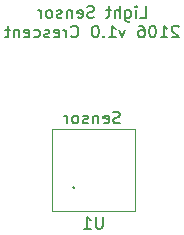
<source format=gbo>
G04 #@! TF.GenerationSoftware,KiCad,Pcbnew,(5.1.2)-1*
G04 #@! TF.CreationDate,2021-06-27T22:03:38+09:00*
G04 #@! TF.ProjectId,ls,6c732e6b-6963-4616-945f-706362585858,v1.0*
G04 #@! TF.SameCoordinates,Original*
G04 #@! TF.FileFunction,Legend,Bot*
G04 #@! TF.FilePolarity,Positive*
%FSLAX46Y46*%
G04 Gerber Fmt 4.6, Leading zero omitted, Abs format (unit mm)*
G04 Created by KiCad (PCBNEW (5.1.2)-1) date 2021-06-27 22:03:38*
%MOMM*%
%LPD*%
G04 APERTURE LIST*
%ADD10C,0.150000*%
%ADD11C,0.120000*%
%ADD12C,3.302000*%
%ADD13R,0.452000X0.452000*%
%ADD14R,0.452000X0.402000*%
%ADD15O,1.626000X1.902000*%
G04 APERTURE END LIST*
D10*
X149733333Y-96504761D02*
X149590476Y-96552380D01*
X149352380Y-96552380D01*
X149257142Y-96504761D01*
X149209523Y-96457142D01*
X149161904Y-96361904D01*
X149161904Y-96266666D01*
X149209523Y-96171428D01*
X149257142Y-96123809D01*
X149352380Y-96076190D01*
X149542857Y-96028571D01*
X149638095Y-95980952D01*
X149685714Y-95933333D01*
X149733333Y-95838095D01*
X149733333Y-95742857D01*
X149685714Y-95647619D01*
X149638095Y-95600000D01*
X149542857Y-95552380D01*
X149304761Y-95552380D01*
X149161904Y-95600000D01*
X148352380Y-96504761D02*
X148447619Y-96552380D01*
X148638095Y-96552380D01*
X148733333Y-96504761D01*
X148780952Y-96409523D01*
X148780952Y-96028571D01*
X148733333Y-95933333D01*
X148638095Y-95885714D01*
X148447619Y-95885714D01*
X148352380Y-95933333D01*
X148304761Y-96028571D01*
X148304761Y-96123809D01*
X148780952Y-96219047D01*
X147876190Y-95885714D02*
X147876190Y-96552380D01*
X147876190Y-95980952D02*
X147828571Y-95933333D01*
X147733333Y-95885714D01*
X147590476Y-95885714D01*
X147495238Y-95933333D01*
X147447619Y-96028571D01*
X147447619Y-96552380D01*
X147019047Y-96504761D02*
X146923809Y-96552380D01*
X146733333Y-96552380D01*
X146638095Y-96504761D01*
X146590476Y-96409523D01*
X146590476Y-96361904D01*
X146638095Y-96266666D01*
X146733333Y-96219047D01*
X146876190Y-96219047D01*
X146971428Y-96171428D01*
X147019047Y-96076190D01*
X147019047Y-96028571D01*
X146971428Y-95933333D01*
X146876190Y-95885714D01*
X146733333Y-95885714D01*
X146638095Y-95933333D01*
X146019047Y-96552380D02*
X146114285Y-96504761D01*
X146161904Y-96457142D01*
X146209523Y-96361904D01*
X146209523Y-96076190D01*
X146161904Y-95980952D01*
X146114285Y-95933333D01*
X146019047Y-95885714D01*
X145876190Y-95885714D01*
X145780952Y-95933333D01*
X145733333Y-95980952D01*
X145685714Y-96076190D01*
X145685714Y-96361904D01*
X145733333Y-96457142D01*
X145780952Y-96504761D01*
X145876190Y-96552380D01*
X146019047Y-96552380D01*
X145257142Y-96552380D02*
X145257142Y-95885714D01*
X145257142Y-96076190D02*
X145209523Y-95980952D01*
X145161904Y-95933333D01*
X145066666Y-95885714D01*
X144971428Y-95885714D01*
D11*
X144000000Y-104000000D02*
X144000000Y-97000000D01*
X151000000Y-104000000D02*
X144000000Y-104000000D01*
X151000000Y-97000000D02*
X151000000Y-104000000D01*
X144000000Y-97000000D02*
X151000000Y-97000000D01*
D10*
X151423809Y-87627380D02*
X151900000Y-87627380D01*
X151900000Y-86627380D01*
X151090476Y-87627380D02*
X151090476Y-86960714D01*
X151090476Y-86627380D02*
X151138095Y-86675000D01*
X151090476Y-86722619D01*
X151042857Y-86675000D01*
X151090476Y-86627380D01*
X151090476Y-86722619D01*
X150185714Y-86960714D02*
X150185714Y-87770238D01*
X150233333Y-87865476D01*
X150280952Y-87913095D01*
X150376190Y-87960714D01*
X150519047Y-87960714D01*
X150614285Y-87913095D01*
X150185714Y-87579761D02*
X150280952Y-87627380D01*
X150471428Y-87627380D01*
X150566666Y-87579761D01*
X150614285Y-87532142D01*
X150661904Y-87436904D01*
X150661904Y-87151190D01*
X150614285Y-87055952D01*
X150566666Y-87008333D01*
X150471428Y-86960714D01*
X150280952Y-86960714D01*
X150185714Y-87008333D01*
X149709523Y-87627380D02*
X149709523Y-86627380D01*
X149280952Y-87627380D02*
X149280952Y-87103571D01*
X149328571Y-87008333D01*
X149423809Y-86960714D01*
X149566666Y-86960714D01*
X149661904Y-87008333D01*
X149709523Y-87055952D01*
X148947619Y-86960714D02*
X148566666Y-86960714D01*
X148804761Y-86627380D02*
X148804761Y-87484523D01*
X148757142Y-87579761D01*
X148661904Y-87627380D01*
X148566666Y-87627380D01*
X147519047Y-87579761D02*
X147376190Y-87627380D01*
X147138095Y-87627380D01*
X147042857Y-87579761D01*
X146995238Y-87532142D01*
X146947619Y-87436904D01*
X146947619Y-87341666D01*
X146995238Y-87246428D01*
X147042857Y-87198809D01*
X147138095Y-87151190D01*
X147328571Y-87103571D01*
X147423809Y-87055952D01*
X147471428Y-87008333D01*
X147519047Y-86913095D01*
X147519047Y-86817857D01*
X147471428Y-86722619D01*
X147423809Y-86675000D01*
X147328571Y-86627380D01*
X147090476Y-86627380D01*
X146947619Y-86675000D01*
X146138095Y-87579761D02*
X146233333Y-87627380D01*
X146423809Y-87627380D01*
X146519047Y-87579761D01*
X146566666Y-87484523D01*
X146566666Y-87103571D01*
X146519047Y-87008333D01*
X146423809Y-86960714D01*
X146233333Y-86960714D01*
X146138095Y-87008333D01*
X146090476Y-87103571D01*
X146090476Y-87198809D01*
X146566666Y-87294047D01*
X145661904Y-86960714D02*
X145661904Y-87627380D01*
X145661904Y-87055952D02*
X145614285Y-87008333D01*
X145519047Y-86960714D01*
X145376190Y-86960714D01*
X145280952Y-87008333D01*
X145233333Y-87103571D01*
X145233333Y-87627380D01*
X144804761Y-87579761D02*
X144709523Y-87627380D01*
X144519047Y-87627380D01*
X144423809Y-87579761D01*
X144376190Y-87484523D01*
X144376190Y-87436904D01*
X144423809Y-87341666D01*
X144519047Y-87294047D01*
X144661904Y-87294047D01*
X144757142Y-87246428D01*
X144804761Y-87151190D01*
X144804761Y-87103571D01*
X144757142Y-87008333D01*
X144661904Y-86960714D01*
X144519047Y-86960714D01*
X144423809Y-87008333D01*
X143804761Y-87627380D02*
X143900000Y-87579761D01*
X143947619Y-87532142D01*
X143995238Y-87436904D01*
X143995238Y-87151190D01*
X143947619Y-87055952D01*
X143900000Y-87008333D01*
X143804761Y-86960714D01*
X143661904Y-86960714D01*
X143566666Y-87008333D01*
X143519047Y-87055952D01*
X143471428Y-87151190D01*
X143471428Y-87436904D01*
X143519047Y-87532142D01*
X143566666Y-87579761D01*
X143661904Y-87627380D01*
X143804761Y-87627380D01*
X143042857Y-87627380D02*
X143042857Y-86960714D01*
X143042857Y-87151190D02*
X142995238Y-87055952D01*
X142947619Y-87008333D01*
X142852380Y-86960714D01*
X142757142Y-86960714D01*
X154685714Y-88372619D02*
X154638095Y-88325000D01*
X154542857Y-88277380D01*
X154304761Y-88277380D01*
X154209523Y-88325000D01*
X154161904Y-88372619D01*
X154114285Y-88467857D01*
X154114285Y-88563095D01*
X154161904Y-88705952D01*
X154733333Y-89277380D01*
X154114285Y-89277380D01*
X153161904Y-89277380D02*
X153733333Y-89277380D01*
X153447619Y-89277380D02*
X153447619Y-88277380D01*
X153542857Y-88420238D01*
X153638095Y-88515476D01*
X153733333Y-88563095D01*
X152542857Y-88277380D02*
X152447619Y-88277380D01*
X152352380Y-88325000D01*
X152304761Y-88372619D01*
X152257142Y-88467857D01*
X152209523Y-88658333D01*
X152209523Y-88896428D01*
X152257142Y-89086904D01*
X152304761Y-89182142D01*
X152352380Y-89229761D01*
X152447619Y-89277380D01*
X152542857Y-89277380D01*
X152638095Y-89229761D01*
X152685714Y-89182142D01*
X152733333Y-89086904D01*
X152780952Y-88896428D01*
X152780952Y-88658333D01*
X152733333Y-88467857D01*
X152685714Y-88372619D01*
X152638095Y-88325000D01*
X152542857Y-88277380D01*
X151352380Y-88277380D02*
X151542857Y-88277380D01*
X151638095Y-88325000D01*
X151685714Y-88372619D01*
X151780952Y-88515476D01*
X151828571Y-88705952D01*
X151828571Y-89086904D01*
X151780952Y-89182142D01*
X151733333Y-89229761D01*
X151638095Y-89277380D01*
X151447619Y-89277380D01*
X151352380Y-89229761D01*
X151304761Y-89182142D01*
X151257142Y-89086904D01*
X151257142Y-88848809D01*
X151304761Y-88753571D01*
X151352380Y-88705952D01*
X151447619Y-88658333D01*
X151638095Y-88658333D01*
X151733333Y-88705952D01*
X151780952Y-88753571D01*
X151828571Y-88848809D01*
X150161904Y-88610714D02*
X149923809Y-89277380D01*
X149685714Y-88610714D01*
X148780952Y-89277380D02*
X149352380Y-89277380D01*
X149066666Y-89277380D02*
X149066666Y-88277380D01*
X149161904Y-88420238D01*
X149257142Y-88515476D01*
X149352380Y-88563095D01*
X148352380Y-89182142D02*
X148304761Y-89229761D01*
X148352380Y-89277380D01*
X148400000Y-89229761D01*
X148352380Y-89182142D01*
X148352380Y-89277380D01*
X147685714Y-88277380D02*
X147590476Y-88277380D01*
X147495238Y-88325000D01*
X147447619Y-88372619D01*
X147400000Y-88467857D01*
X147352380Y-88658333D01*
X147352380Y-88896428D01*
X147400000Y-89086904D01*
X147447619Y-89182142D01*
X147495238Y-89229761D01*
X147590476Y-89277380D01*
X147685714Y-89277380D01*
X147780952Y-89229761D01*
X147828571Y-89182142D01*
X147876190Y-89086904D01*
X147923809Y-88896428D01*
X147923809Y-88658333D01*
X147876190Y-88467857D01*
X147828571Y-88372619D01*
X147780952Y-88325000D01*
X147685714Y-88277380D01*
X145590476Y-89182142D02*
X145638095Y-89229761D01*
X145780952Y-89277380D01*
X145876190Y-89277380D01*
X146019047Y-89229761D01*
X146114285Y-89134523D01*
X146161904Y-89039285D01*
X146209523Y-88848809D01*
X146209523Y-88705952D01*
X146161904Y-88515476D01*
X146114285Y-88420238D01*
X146019047Y-88325000D01*
X145876190Y-88277380D01*
X145780952Y-88277380D01*
X145638095Y-88325000D01*
X145590476Y-88372619D01*
X145161904Y-89277380D02*
X145161904Y-88610714D01*
X145161904Y-88801190D02*
X145114285Y-88705952D01*
X145066666Y-88658333D01*
X144971428Y-88610714D01*
X144876190Y-88610714D01*
X144161904Y-89229761D02*
X144257142Y-89277380D01*
X144447619Y-89277380D01*
X144542857Y-89229761D01*
X144590476Y-89134523D01*
X144590476Y-88753571D01*
X144542857Y-88658333D01*
X144447619Y-88610714D01*
X144257142Y-88610714D01*
X144161904Y-88658333D01*
X144114285Y-88753571D01*
X144114285Y-88848809D01*
X144590476Y-88944047D01*
X143733333Y-89229761D02*
X143638095Y-89277380D01*
X143447619Y-89277380D01*
X143352380Y-89229761D01*
X143304761Y-89134523D01*
X143304761Y-89086904D01*
X143352380Y-88991666D01*
X143447619Y-88944047D01*
X143590476Y-88944047D01*
X143685714Y-88896428D01*
X143733333Y-88801190D01*
X143733333Y-88753571D01*
X143685714Y-88658333D01*
X143590476Y-88610714D01*
X143447619Y-88610714D01*
X143352380Y-88658333D01*
X142447619Y-89229761D02*
X142542857Y-89277380D01*
X142733333Y-89277380D01*
X142828571Y-89229761D01*
X142876190Y-89182142D01*
X142923809Y-89086904D01*
X142923809Y-88801190D01*
X142876190Y-88705952D01*
X142828571Y-88658333D01*
X142733333Y-88610714D01*
X142542857Y-88610714D01*
X142447619Y-88658333D01*
X141638095Y-89229761D02*
X141733333Y-89277380D01*
X141923809Y-89277380D01*
X142019047Y-89229761D01*
X142066666Y-89134523D01*
X142066666Y-88753571D01*
X142019047Y-88658333D01*
X141923809Y-88610714D01*
X141733333Y-88610714D01*
X141638095Y-88658333D01*
X141590476Y-88753571D01*
X141590476Y-88848809D01*
X142066666Y-88944047D01*
X141161904Y-88610714D02*
X141161904Y-89277380D01*
X141161904Y-88705952D02*
X141114285Y-88658333D01*
X141019047Y-88610714D01*
X140876190Y-88610714D01*
X140780952Y-88658333D01*
X140733333Y-88753571D01*
X140733333Y-89277380D01*
X140400000Y-88610714D02*
X140019047Y-88610714D01*
X140257142Y-88277380D02*
X140257142Y-89134523D01*
X140209523Y-89229761D01*
X140114285Y-89277380D01*
X140019047Y-89277380D01*
X148261904Y-104452380D02*
X148261904Y-105261904D01*
X148214285Y-105357142D01*
X148166666Y-105404761D01*
X148071428Y-105452380D01*
X147880952Y-105452380D01*
X147785714Y-105404761D01*
X147738095Y-105357142D01*
X147690476Y-105261904D01*
X147690476Y-104452380D01*
X146690476Y-105452380D02*
X147261904Y-105452380D01*
X146976190Y-105452380D02*
X146976190Y-104452380D01*
X147071428Y-104595238D01*
X147166666Y-104690476D01*
X147261904Y-104738095D01*
X145800000Y-101932142D02*
X145752380Y-101979761D01*
X145800000Y-102027380D01*
X145847619Y-101979761D01*
X145800000Y-101932142D01*
X145800000Y-102027380D01*
%LPC*%
D12*
X157000000Y-112000000D03*
X157000000Y-88000000D03*
X138000000Y-112000000D03*
X138000000Y-88000000D03*
D13*
X148050000Y-101075000D03*
D14*
X148050000Y-100500000D03*
D13*
X148050000Y-99925000D03*
X146800000Y-99925000D03*
D14*
X146800000Y-100500000D03*
D13*
X146800000Y-101075000D03*
D15*
X144500000Y-108500000D03*
X146500000Y-108500000D03*
X148500000Y-108500000D03*
X150500000Y-108500000D03*
M02*

</source>
